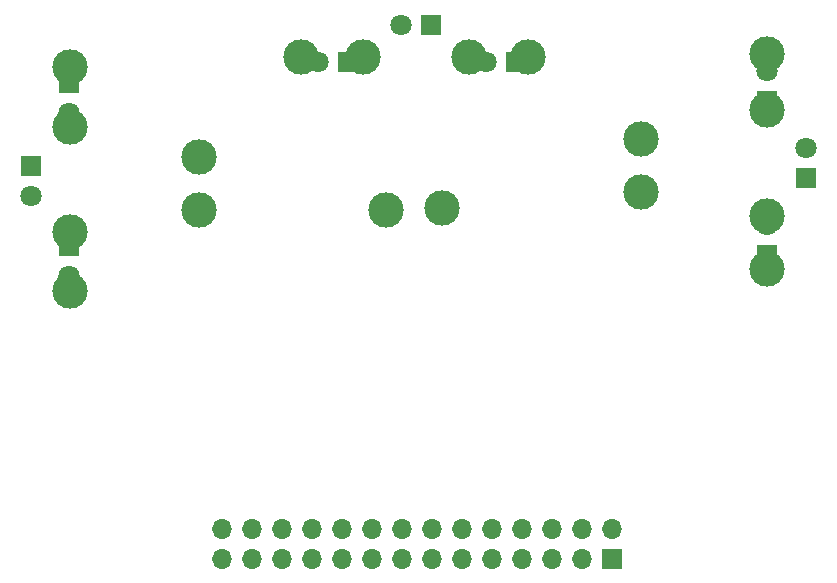
<source format=gbr>
%TF.GenerationSoftware,KiCad,Pcbnew,8.0.1*%
%TF.CreationDate,2024-03-24T19:01:41+02:00*%
%TF.ProjectId,PLLKAS005_EEE3088F,504c4c4b-4153-4303-9035-5f4545453330,V1.0*%
%TF.SameCoordinates,Original*%
%TF.FileFunction,Soldermask,Bot*%
%TF.FilePolarity,Negative*%
%FSLAX46Y46*%
G04 Gerber Fmt 4.6, Leading zero omitted, Abs format (unit mm)*
G04 Created by KiCad (PCBNEW 8.0.1) date 2024-03-24 19:01:41*
%MOMM*%
%LPD*%
G01*
G04 APERTURE LIST*
%ADD10R,1.800000X1.800000*%
%ADD11C,1.800000*%
%ADD12C,3.000000*%
%ADD13R,1.700000X1.700000*%
%ADD14O,1.700000X1.700000*%
G04 APERTURE END LIST*
D10*
%TO.C,D2*%
X120600000Y-107725000D03*
D11*
X120600000Y-110265000D03*
%TD*%
D10*
%TO.C,Q1*%
X117325000Y-114725000D03*
D11*
X117325000Y-117265000D03*
%TD*%
D10*
%TO.C,D3*%
X144225000Y-105975000D03*
D11*
X141685000Y-105975000D03*
%TD*%
D10*
%TO.C,D4*%
X158460000Y-105975000D03*
D11*
X155920000Y-105975000D03*
%TD*%
D10*
%TO.C,Q3*%
X183000000Y-115750000D03*
D11*
X183000000Y-113210000D03*
%TD*%
D10*
%TO.C,Q4*%
X151200000Y-102787500D03*
D11*
X148660000Y-102787500D03*
%TD*%
D10*
%TO.C,D6*%
X179700000Y-109275000D03*
D11*
X179700000Y-106735000D03*
%TD*%
D10*
%TO.C,D1*%
X120600000Y-121575000D03*
D11*
X120600000Y-124115000D03*
%TD*%
D10*
%TO.C,D5*%
X179700000Y-122275000D03*
D11*
X179700000Y-119735000D03*
%TD*%
D12*
%TO.C,TP8*%
X145450000Y-105500000D03*
%TD*%
%TO.C,TP3*%
X120625000Y-120350000D03*
%TD*%
%TO.C,TP1*%
X120625000Y-111475000D03*
%TD*%
%TO.C,TP11*%
X154450000Y-105500000D03*
%TD*%
%TO.C,TP14*%
X179675000Y-123500000D03*
%TD*%
%TO.C,TP16*%
X169000000Y-117000000D03*
%TD*%
%TO.C,TP7*%
X140185000Y-105500000D03*
%TD*%
%TO.C,TP5*%
X131625000Y-114000000D03*
%TD*%
D13*
%TO.C,J1*%
X166580000Y-148040000D03*
D14*
X166580000Y-145500000D03*
X164040000Y-148040000D03*
X164040000Y-145500000D03*
X161500000Y-148040000D03*
X161500000Y-145500000D03*
X158960000Y-148040000D03*
X158960000Y-145500000D03*
X156420000Y-148040000D03*
X156420000Y-145500000D03*
X153880000Y-148040000D03*
X153880000Y-145500000D03*
X151340000Y-148040000D03*
X151340000Y-145500000D03*
X148800000Y-148040000D03*
X148800000Y-145500000D03*
X146260000Y-148040000D03*
X146260000Y-145500000D03*
X143720000Y-148040000D03*
X143720000Y-145500000D03*
X141180000Y-148040000D03*
X141180000Y-145500000D03*
X138640000Y-148040000D03*
X138640000Y-145500000D03*
X136100000Y-148040000D03*
X136100000Y-145500000D03*
X133560000Y-148040000D03*
X133560000Y-145500000D03*
%TD*%
D12*
%TO.C,TP2*%
X120625000Y-125350000D03*
%TD*%
%TO.C,TP13*%
X179675000Y-119000000D03*
%TD*%
%TO.C,TP18*%
X179675000Y-110000000D03*
%TD*%
%TO.C,TP15*%
X169000000Y-112500000D03*
%TD*%
%TO.C,TP9*%
X147450000Y-118462500D03*
%TD*%
%TO.C,TP4*%
X120625000Y-106350000D03*
%TD*%
%TO.C,TP10*%
X152200000Y-118287500D03*
%TD*%
%TO.C,TP17*%
X179675000Y-105235000D03*
%TD*%
%TO.C,TP12*%
X159450000Y-105500000D03*
%TD*%
%TO.C,TP6*%
X131625000Y-118500000D03*
%TD*%
M02*

</source>
